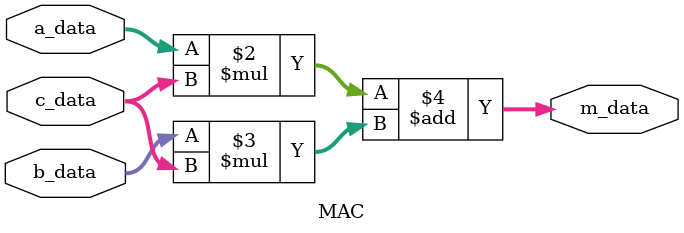
<source format=v>
`timescale 1ns / 1ps


module MAC#(parameter Data_width=8)(
    // slave data a
    input [Data_width-1:0]a_data, 
    
    //slave data b
    input [Data_width-1:0]b_data,
    
    //slave data c
    input [Data_width-1:0]c_data,
    
    //master 
    output reg [Data_width-1:0]m_data
    );
    
 always@(*)begin
   m_data <= (a_data*c_data + b_data*c_data);
 end   
   
endmodule

</source>
